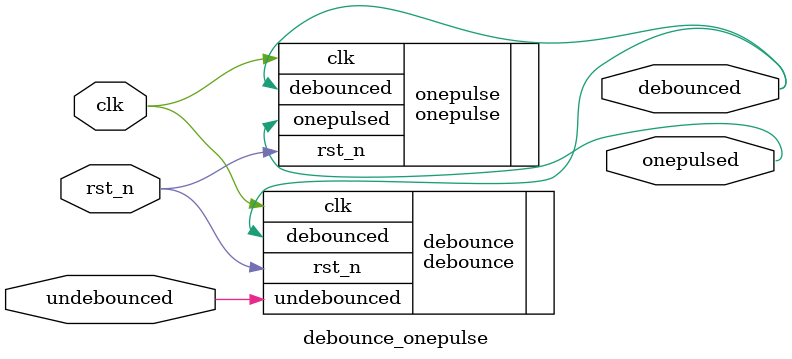
<source format=v>
module debounce_onepulse(
  output onepulsed,
  output debounced,
  input  undebounced,
  input  clk,
  input  rst_n
);

  debounce debounce(
    .debounced,
    .undebounced,
    .clk,
    .rst_n
  );
  
  onepulse onepulse(
    .onepulsed,
    .debounced,
    .clk,
    .rst_n
  );

endmodule

</source>
